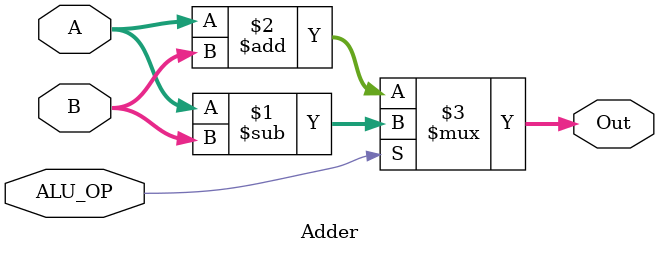
<source format=v>
`timescale 1ns / 1ps


module Adder(
    input [31:0] A,
    input [31:0] B,
    input ALU_OP,
    output [31:0] Out
    );
    
    assign Out = (ALU_OP) ? A - B : A + B;
endmodule

</source>
